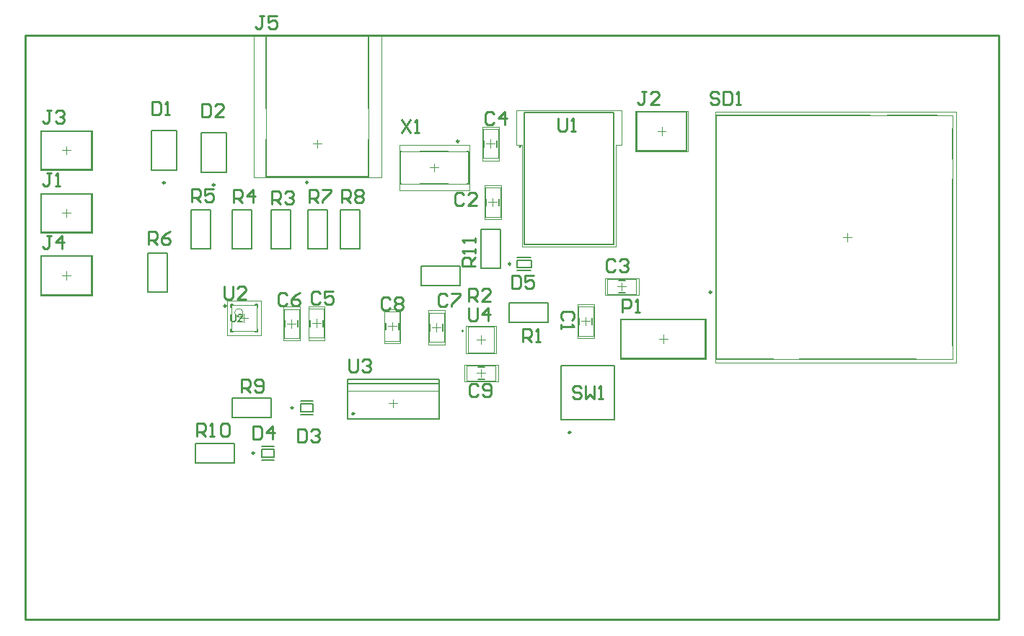
<source format=gto>
G04*
G04 #@! TF.GenerationSoftware,Altium Limited,Altium Designer,21.0.9 (235)*
G04*
G04 Layer_Color=65535*
%FSLAX25Y25*%
%MOIN*%
G70*
G04*
G04 #@! TF.SameCoordinates,D1A995C4-E234-4582-B38A-79D50AB79B9C*
G04*
G04*
G04 #@! TF.FilePolarity,Positive*
G04*
G01*
G75*
%ADD10C,0.00984*%
%ADD11C,0.00787*%
%ADD12C,0.00800*%
%ADD13C,0.00500*%
%ADD14C,0.01000*%
%ADD15C,0.00630*%
%ADD16C,0.00394*%
%ADD17C,0.00197*%
D10*
X557063Y391474D02*
G03*
X557063Y391474I-500J0D01*
G01*
X370571Y442224D02*
G03*
X370571Y442224I-492J0D01*
G01*
X440319Y461205D02*
G03*
X440319Y461205I-492J0D01*
G01*
X332732Y385110D02*
G03*
X332732Y385110I-492J0D01*
G01*
X492028Y326614D02*
G03*
X492028Y326614I-492J0D01*
G01*
X345748Y317000D02*
G03*
X345748Y317000I-492J0D01*
G01*
X363701Y338000D02*
G03*
X363701Y338000I-492J0D01*
G01*
X391988Y335276D02*
G03*
X391988Y335276I-492J0D01*
G01*
X464299Y404500D02*
G03*
X464299Y404500I-492J0D01*
G01*
X327492Y441039D02*
G03*
X327492Y441039I-492J0D01*
G01*
X304492Y442039D02*
G03*
X304492Y442039I-492J0D01*
G01*
D11*
X442429Y373437D02*
G03*
X442429Y373437I-394J0D01*
G01*
X468992Y458756D02*
G03*
X468992Y458756I-394J0D01*
G01*
X247386Y448142D02*
X270614D01*
Y465858D01*
X247386Y448142D02*
Y465858D01*
X270614D01*
X247386Y419142D02*
X270614D01*
Y436858D01*
X247386Y419142D02*
Y436858D01*
X270614D01*
X668577Y366848D02*
Y443738D01*
Y453183D02*
Y467045D01*
X638106Y473195D02*
X661689D01*
X559130D02*
X630626D01*
X559130Y360596D02*
Y473195D01*
Y360596D02*
X585823D01*
X597634D02*
X651768D01*
X515323Y378693D02*
X554299D01*
Y360976D02*
Y378693D01*
X515323Y360976D02*
Y378693D01*
Y360976D02*
X554299D01*
X351299Y444783D02*
Y462106D01*
Y476358D02*
Y509744D01*
X398701Y476358D02*
Y509744D01*
X351299Y444783D02*
X398701D01*
Y462185D01*
X351299Y509744D02*
X398701D01*
X496047Y376425D02*
Y379575D01*
X501953Y376425D02*
Y379575D01*
X422307Y441520D02*
X435693D01*
X422307Y456480D02*
X435693D01*
X413252Y441520D02*
X414039D01*
X413252D02*
Y456480D01*
X414039D01*
X443961Y441520D02*
X444748D01*
Y456480D01*
X443961D02*
X444748D01*
X449110Y356953D02*
X452260D01*
X449110Y351047D02*
X452260D01*
X427047Y373610D02*
Y376760D01*
X432953Y373610D02*
Y376760D01*
X406547Y374110D02*
Y377260D01*
X412453Y374110D02*
Y377260D01*
X365953Y375378D02*
Y378528D01*
X360047Y375378D02*
Y378528D01*
X377453Y375472D02*
Y378622D01*
X371547Y375472D02*
Y378622D01*
X457953Y458472D02*
Y461622D01*
X452047Y458472D02*
Y461622D01*
X514110Y391047D02*
X517260D01*
X514110Y396953D02*
X517260D01*
X453047Y431425D02*
Y434575D01*
X458953Y431425D02*
Y434575D01*
X334799Y373299D02*
X335921D01*
X334799D02*
Y374421D01*
X346079Y373299D02*
X347201D01*
Y374421D01*
Y384579D02*
Y385701D01*
X346079D02*
X347201D01*
X334799D02*
X335921D01*
X334799Y384579D02*
Y385701D01*
X487618Y336713D02*
Y353287D01*
X495650Y357382D02*
X504350D01*
X512382Y336713D02*
Y353287D01*
X495650Y332618D02*
X504350D01*
X349291Y320150D02*
X354803D01*
X349291Y313850D02*
X354803D01*
X367244Y341150D02*
X372756D01*
X367244Y334850D02*
X372756D01*
X388937Y349252D02*
X431063D01*
Y332717D02*
Y351220D01*
X388937Y332717D02*
Y351220D01*
Y332717D02*
X431063D01*
X388937Y351220D02*
X431063D01*
X467295Y401399D02*
X473594D01*
X467350Y407551D02*
X473650D01*
X247323Y408024D02*
X270551D01*
X247323Y390307D02*
Y408024D01*
X270551Y390307D02*
Y408024D01*
X247323Y390307D02*
X270551D01*
X522449Y456976D02*
X545677D01*
Y474693D01*
X522449Y456976D02*
Y474693D01*
X545677D01*
X321252Y446945D02*
X322177D01*
X331823D02*
X332748D01*
Y465055D01*
X321252D02*
X322177D01*
X331823D02*
X332748D01*
X321252Y446945D02*
Y465055D01*
X298252Y447945D02*
X299177D01*
X308823D02*
X309748D01*
Y466055D01*
X298252D02*
X299177D01*
X308823D02*
X309748D01*
X298252Y447945D02*
Y466055D01*
X487618Y332618D02*
Y357382D01*
X512382D01*
Y332618D02*
Y357382D01*
X487618Y332618D02*
X512382D01*
X349291Y318772D02*
X354803D01*
Y315228D02*
Y318772D01*
X349291Y315228D02*
X354803D01*
X349291D02*
Y318772D01*
X367244Y339772D02*
X372756D01*
Y336228D02*
Y339772D01*
X367244Y336228D02*
X372756D01*
X367244D02*
Y339772D01*
X467154Y402728D02*
Y406272D01*
Y402728D02*
X473846D01*
Y406272D01*
X467154D02*
X473846D01*
X321252Y446945D02*
X332748D01*
Y465055D01*
X321252D02*
X332748D01*
X321252Y446945D02*
Y465055D01*
X298252Y447945D02*
X309748D01*
Y466055D01*
X298252D02*
X309748D01*
X298252Y447945D02*
Y466055D01*
X468992Y458756D02*
G03*
X468992Y458756I-394J0D01*
G01*
D12*
X463500Y386500D02*
X481500D01*
X463500Y377500D02*
Y386500D01*
Y377500D02*
X481500D01*
Y386500D01*
X450500Y402500D02*
X459500D01*
X450500D02*
Y420500D01*
X459500D01*
Y402500D02*
Y420500D01*
X336500Y312500D02*
Y321500D01*
X318500Y312500D02*
X336500D01*
X318500D02*
Y321500D01*
X336500D01*
X353500Y333500D02*
Y342500D01*
X335500Y333500D02*
X353500D01*
X335500D02*
Y342500D01*
X353500D01*
X385500Y429500D02*
X394500D01*
Y411500D02*
Y429500D01*
X385500Y411500D02*
X394500D01*
X385500D02*
Y429500D01*
X370500D02*
X379500D01*
Y411500D02*
Y429500D01*
X370500Y411500D02*
X379500D01*
X370500D02*
Y429500D01*
X296500Y409500D02*
X305500D01*
Y391500D02*
Y409500D01*
X296500Y391500D02*
X305500D01*
X296500D02*
Y409500D01*
X316500Y429500D02*
X325500D01*
Y411500D02*
Y429500D01*
X316500Y411500D02*
X325500D01*
X316500D02*
Y429500D01*
X335500D02*
X344500D01*
Y411500D02*
Y429500D01*
X335500Y411500D02*
X344500D01*
X335500D02*
Y429500D01*
X353500D02*
X362500D01*
Y411500D02*
Y429500D01*
X353500Y411500D02*
X362500D01*
X353500D02*
Y429500D01*
X423000Y394500D02*
Y403500D01*
X441000D01*
Y394500D02*
Y403500D01*
X423000Y394500D02*
X441000D01*
D13*
X470567Y460724D02*
Y474504D01*
X511905D01*
Y460724D02*
Y474504D01*
X470567Y418205D02*
Y427457D01*
Y474504D02*
X511905D01*
Y413480D02*
Y474504D01*
X470567Y413480D02*
X511905D01*
X470567D02*
Y474504D01*
D14*
X413800Y471198D02*
X417799Y465200D01*
Y471198D02*
X413800Y465200D01*
X419798D02*
X421797D01*
X420798D01*
Y471198D01*
X419798Y470198D01*
X332002Y393999D02*
Y389001D01*
X333001Y388001D01*
X335001D01*
X336000Y389001D01*
Y393999D01*
X341998Y388001D02*
X338000D01*
X341998Y392000D01*
Y392999D01*
X340999Y393999D01*
X338999D01*
X338000Y392999D01*
X389500Y360598D02*
Y355600D01*
X390500Y354600D01*
X392499D01*
X393499Y355600D01*
Y360598D01*
X395498Y359598D02*
X396498Y360598D01*
X398497D01*
X399497Y359598D01*
Y358599D01*
X398497Y357599D01*
X397497D01*
X398497D01*
X399497Y356599D01*
Y355600D01*
X398497Y354600D01*
X396498D01*
X395498Y355600D01*
X445002Y383999D02*
Y379001D01*
X446001Y378001D01*
X448001D01*
X449000Y379001D01*
Y383999D01*
X453999Y378001D02*
Y383999D01*
X451000Y381000D01*
X454998D01*
X486111Y471826D02*
Y466827D01*
X487111Y465828D01*
X489111D01*
X490110Y466827D01*
Y471826D01*
X492110Y465828D02*
X494109D01*
X493109D01*
Y471826D01*
X492110Y470826D01*
X497001Y346999D02*
X496001Y347999D01*
X494002D01*
X493002Y346999D01*
Y346000D01*
X494002Y345000D01*
X496001D01*
X497001Y344000D01*
Y343001D01*
X496001Y342001D01*
X494002D01*
X493002Y343001D01*
X499000Y347999D02*
Y342001D01*
X501000Y344000D01*
X502999Y342001D01*
Y347999D01*
X504998Y342001D02*
X506998D01*
X505998D01*
Y347999D01*
X504998Y346999D01*
X560599Y482998D02*
X559599Y483998D01*
X557600D01*
X556600Y482998D01*
Y481999D01*
X557600Y480999D01*
X559599D01*
X560599Y479999D01*
Y479000D01*
X559599Y478000D01*
X557600D01*
X556600Y479000D01*
X562598Y483998D02*
Y478000D01*
X565597D01*
X566597Y479000D01*
Y482998D01*
X565597Y483998D01*
X562598D01*
X568596Y478000D02*
X570596D01*
X569596D01*
Y483998D01*
X568596Y482998D01*
X447999Y403502D02*
X442001D01*
Y406501D01*
X443001Y407501D01*
X445000D01*
X446000Y406501D01*
Y403502D01*
Y405502D02*
X447999Y407501D01*
Y409500D02*
Y411500D01*
Y410500D01*
X442001D01*
X443001Y409500D01*
X447999Y414499D02*
Y416498D01*
Y415498D01*
X442001D01*
X443001Y414499D01*
X319100Y324900D02*
Y330898D01*
X322099D01*
X323099Y329898D01*
Y327899D01*
X322099Y326899D01*
X319100D01*
X321099D02*
X323099Y324900D01*
X325098D02*
X327097D01*
X326098D01*
Y330898D01*
X325098Y329898D01*
X330096D02*
X331096Y330898D01*
X333096D01*
X334095Y329898D01*
Y325900D01*
X333096Y324900D01*
X331096D01*
X330096Y325900D01*
Y329898D01*
X340002Y345001D02*
Y350999D01*
X343001D01*
X344000Y349999D01*
Y348000D01*
X343001Y347000D01*
X340002D01*
X342001D02*
X344000Y345001D01*
X346000Y346001D02*
X346999Y345001D01*
X348999D01*
X349998Y346001D01*
Y349999D01*
X348999Y350999D01*
X346999D01*
X346000Y349999D01*
Y349000D01*
X346999Y348000D01*
X349998D01*
X386100Y432900D02*
Y438898D01*
X389099D01*
X390099Y437898D01*
Y435899D01*
X389099Y434899D01*
X386100D01*
X388099D02*
X390099Y432900D01*
X392098Y437898D02*
X393098Y438898D01*
X395097D01*
X396097Y437898D01*
Y436899D01*
X395097Y435899D01*
X396097Y434899D01*
Y433900D01*
X395097Y432900D01*
X393098D01*
X392098Y433900D01*
Y434899D01*
X393098Y435899D01*
X392098Y436899D01*
Y437898D01*
X393098Y435899D02*
X395097D01*
X371100Y432900D02*
Y438898D01*
X374099D01*
X375099Y437898D01*
Y435899D01*
X374099Y434899D01*
X371100D01*
X373099D02*
X375099Y432900D01*
X377098Y438898D02*
X381097D01*
Y437898D01*
X377098Y433900D01*
Y432900D01*
X297002Y413501D02*
Y419499D01*
X300001D01*
X301000Y418499D01*
Y416500D01*
X300001Y415500D01*
X297002D01*
X299001D02*
X301000Y413501D01*
X306998Y419499D02*
X304999Y418499D01*
X303000Y416500D01*
Y414501D01*
X303999Y413501D01*
X305999D01*
X306998Y414501D01*
Y415500D01*
X305999Y416500D01*
X303000D01*
X317002Y433001D02*
Y438999D01*
X320001D01*
X321000Y437999D01*
Y436000D01*
X320001Y435000D01*
X317002D01*
X319001D02*
X321000Y433001D01*
X326998Y438999D02*
X323000D01*
Y436000D01*
X324999Y437000D01*
X325999D01*
X326998Y436000D01*
Y434001D01*
X325999Y433001D01*
X323999D01*
X323000Y434001D01*
X336100Y432900D02*
Y438898D01*
X339099D01*
X340099Y437898D01*
Y435899D01*
X339099Y434899D01*
X336100D01*
X338099D02*
X340099Y432900D01*
X345097D02*
Y438898D01*
X342098Y435899D01*
X346097D01*
X354002Y432001D02*
Y437999D01*
X357001D01*
X358000Y436999D01*
Y435000D01*
X357001Y434000D01*
X354002D01*
X356001D02*
X358000Y432001D01*
X360000Y436999D02*
X360999Y437999D01*
X362999D01*
X363998Y436999D01*
Y436000D01*
X362999Y435000D01*
X361999D01*
X362999D01*
X363998Y434000D01*
Y433001D01*
X362999Y432001D01*
X360999D01*
X360000Y433001D01*
X445002Y387001D02*
Y392999D01*
X448001D01*
X449000Y391999D01*
Y390000D01*
X448001Y389000D01*
X445002D01*
X447001D02*
X449000Y387001D01*
X454998D02*
X451000D01*
X454998Y391000D01*
Y391999D01*
X453999Y392999D01*
X451999D01*
X451000Y391999D01*
X470001Y368454D02*
Y374452D01*
X473000D01*
X474000Y373452D01*
Y371453D01*
X473000Y370453D01*
X470001D01*
X472001D02*
X474000Y368454D01*
X475999D02*
X477999D01*
X476999D01*
Y374452D01*
X475999Y373452D01*
X515800Y382200D02*
Y388198D01*
X518799D01*
X519799Y387198D01*
Y385199D01*
X518799Y384199D01*
X515800D01*
X521798Y382200D02*
X523797D01*
X522798D01*
Y388198D01*
X521798Y387198D01*
X350299Y519198D02*
X348299D01*
X349299D01*
Y514200D01*
X348299Y513200D01*
X347300D01*
X346300Y514200D01*
X356297Y519198D02*
X352298D01*
Y516199D01*
X354297Y517199D01*
X355297D01*
X356297Y516199D01*
Y514200D01*
X355297Y513200D01*
X353298D01*
X352298Y514200D01*
X251799Y417498D02*
X249799D01*
X250799D01*
Y412500D01*
X249799Y411500D01*
X248800D01*
X247800Y412500D01*
X256797Y411500D02*
Y417498D01*
X253798Y414499D01*
X257797D01*
X251899Y475398D02*
X249899D01*
X250899D01*
Y470400D01*
X249899Y469400D01*
X248900D01*
X247900Y470400D01*
X253898Y474398D02*
X254898Y475398D01*
X256897D01*
X257897Y474398D01*
Y473399D01*
X256897Y472399D01*
X255897D01*
X256897D01*
X257897Y471399D01*
Y470400D01*
X256897Y469400D01*
X254898D01*
X253898Y470400D01*
X526999Y484198D02*
X524999D01*
X525999D01*
Y479200D01*
X524999Y478200D01*
X524000D01*
X523000Y479200D01*
X532997Y478200D02*
X528998D01*
X532997Y482199D01*
Y483198D01*
X531997Y484198D01*
X529998D01*
X528998Y483198D01*
X251899Y446398D02*
X249899D01*
X250899D01*
Y441400D01*
X249899Y440400D01*
X248900D01*
X247900Y441400D01*
X253898Y440400D02*
X255897D01*
X254898D01*
Y446398D01*
X253898Y445398D01*
X465002Y398999D02*
Y393001D01*
X468001D01*
X469000Y394001D01*
Y397999D01*
X468001Y398999D01*
X465002D01*
X474998D02*
X471000D01*
Y396000D01*
X472999Y397000D01*
X473999D01*
X474998Y396000D01*
Y394001D01*
X473999Y393001D01*
X471999D01*
X471000Y394001D01*
X345300Y329498D02*
Y323500D01*
X348299D01*
X349299Y324500D01*
Y328498D01*
X348299Y329498D01*
X345300D01*
X354297Y323500D02*
Y329498D01*
X351298Y326499D01*
X355297D01*
X366002Y327999D02*
Y322001D01*
X369001D01*
X370000Y323001D01*
Y326999D01*
X369001Y327999D01*
X366002D01*
X372000Y326999D02*
X372999Y327999D01*
X374999D01*
X375998Y326999D01*
Y326000D01*
X374999Y325000D01*
X373999D01*
X374999D01*
X375998Y324000D01*
Y323001D01*
X374999Y322001D01*
X372999D01*
X372000Y323001D01*
X321500Y478598D02*
Y472600D01*
X324499D01*
X325499Y473600D01*
Y477598D01*
X324499Y478598D01*
X321500D01*
X331497Y472600D02*
X327498D01*
X331497Y476599D01*
Y477598D01*
X330497Y478598D01*
X328498D01*
X327498Y477598D01*
X298500Y479598D02*
Y473600D01*
X301499D01*
X302499Y474600D01*
Y478598D01*
X301499Y479598D01*
X298500D01*
X304498Y473600D02*
X306497D01*
X305498D01*
Y479598D01*
X304498Y478598D01*
X449233Y347999D02*
X448233Y348999D01*
X446234D01*
X445234Y347999D01*
Y344001D01*
X446234Y343001D01*
X448233D01*
X449233Y344001D01*
X451232D02*
X452232Y343001D01*
X454231D01*
X455231Y344001D01*
Y347999D01*
X454231Y348999D01*
X452232D01*
X451232Y347999D01*
Y347000D01*
X452232Y346000D01*
X455231D01*
X435000Y389732D02*
X434001Y390731D01*
X432001D01*
X431002Y389732D01*
Y385733D01*
X432001Y384733D01*
X434001D01*
X435000Y385733D01*
X437000Y390731D02*
X440998D01*
Y389732D01*
X437000Y385733D01*
Y384733D01*
X408500Y388232D02*
X407501Y389231D01*
X405501D01*
X404502Y388232D01*
Y384233D01*
X405501Y383233D01*
X407501D01*
X408500Y384233D01*
X410500Y388232D02*
X411499Y389231D01*
X413499D01*
X414498Y388232D01*
Y387232D01*
X413499Y386232D01*
X414498Y385233D01*
Y384233D01*
X413499Y383233D01*
X411499D01*
X410500Y384233D01*
Y385233D01*
X411499Y386232D01*
X410500Y387232D01*
Y388232D01*
X411499Y386232D02*
X413499D01*
X361000Y389999D02*
X360001Y390999D01*
X358001D01*
X357002Y389999D01*
Y386001D01*
X358001Y385001D01*
X360001D01*
X361000Y386001D01*
X366998Y390999D02*
X364999Y389999D01*
X363000Y388000D01*
Y386001D01*
X363999Y385001D01*
X365999D01*
X366998Y386001D01*
Y387000D01*
X365999Y388000D01*
X363000D01*
X376199Y390798D02*
X375199Y391798D01*
X373200D01*
X372200Y390798D01*
Y386800D01*
X373200Y385800D01*
X375199D01*
X376199Y386800D01*
X382197Y391798D02*
X378198D01*
Y388799D01*
X380197Y389799D01*
X381197D01*
X382197Y388799D01*
Y386800D01*
X381197Y385800D01*
X379198D01*
X378198Y386800D01*
X456699Y473798D02*
X455699Y474798D01*
X453700D01*
X452700Y473798D01*
Y469800D01*
X453700Y468800D01*
X455699D01*
X456699Y469800D01*
X461697Y468800D02*
Y474798D01*
X458698Y471799D01*
X462697D01*
X512599Y405898D02*
X511599Y406898D01*
X509600D01*
X508600Y405898D01*
Y401900D01*
X509600Y400900D01*
X511599D01*
X512599Y401900D01*
X514598Y405898D02*
X515598Y406898D01*
X517597D01*
X518597Y405898D01*
Y404899D01*
X517597Y403899D01*
X516597D01*
X517597D01*
X518597Y402899D01*
Y401900D01*
X517597Y400900D01*
X515598D01*
X514598Y401900D01*
X442500Y436547D02*
X441501Y437546D01*
X439501D01*
X438502Y436547D01*
Y432548D01*
X439501Y431548D01*
X441501D01*
X442500Y432548D01*
X448498Y431548D02*
X444500D01*
X448498Y435547D01*
Y436547D01*
X447499Y437546D01*
X445499D01*
X444500Y436547D01*
X492499Y378453D02*
X493499Y379452D01*
Y381452D01*
X492499Y382451D01*
X488501D01*
X487501Y381452D01*
Y379452D01*
X488501Y378453D01*
X487501Y376453D02*
Y374454D01*
Y375454D01*
X493499D01*
X492499Y376453D01*
X240000Y510000D02*
X690000D01*
Y240000D02*
Y510000D01*
X240000Y240000D02*
X690000D01*
X240000D02*
Y510000D01*
D15*
X335000Y381074D02*
Y378450D01*
X335525Y377925D01*
X336574D01*
X337099Y378450D01*
Y381074D01*
X340248Y377925D02*
X338149D01*
X340248Y380024D01*
Y380549D01*
X339723Y381074D01*
X338673D01*
X338149Y380549D01*
D16*
X340606Y381862D02*
G03*
X340606Y381862I-1969J0D01*
G01*
X247386Y465858D02*
X270614D01*
X247386Y448142D02*
Y465858D01*
X270614Y448142D02*
Y465858D01*
X247386Y448142D02*
X270614D01*
X247386Y436858D02*
X270614D01*
X247386Y419142D02*
Y436858D01*
X270614Y419142D02*
Y436858D01*
X247386Y419142D02*
X270614D01*
X559130Y360596D02*
Y473195D01*
X668577Y360596D02*
Y473195D01*
X559130Y360596D02*
X668577D01*
X559130Y473195D02*
X668577D01*
X515323Y360976D02*
X554299D01*
X515323D02*
Y378693D01*
X554299Y360976D02*
Y378693D01*
X515323D02*
X554299D01*
X351299Y444783D02*
X398701D01*
Y509744D01*
X351299D02*
X398701D01*
X351299Y444783D02*
Y509744D01*
X444594Y363594D02*
Y375405D01*
X456405D01*
Y363594D02*
Y375405D01*
X444594Y363594D02*
X456405D01*
X444594Y375406D02*
X456406D01*
Y363594D02*
Y375406D01*
X444594Y363594D02*
X456406D01*
X444594D02*
Y375406D01*
X495457Y371307D02*
Y384693D01*
X502543Y371307D02*
Y384693D01*
X495457Y371307D02*
X502543D01*
X495457Y384693D02*
X502543D01*
X413252Y441520D02*
X444748D01*
X413252D02*
Y456480D01*
X444748D01*
Y441520D02*
Y456480D01*
X443992Y357543D02*
X457378D01*
X443992Y350457D02*
X457378D01*
X443992D02*
Y357543D01*
X457378Y350457D02*
Y357543D01*
X426457Y368492D02*
Y381878D01*
X433543Y368492D02*
Y381878D01*
X426457Y368492D02*
X433543D01*
X426457Y381878D02*
X433543D01*
X405957Y368992D02*
Y382378D01*
X413043Y368992D02*
Y382378D01*
X405957Y368992D02*
X413043D01*
X405957Y382378D02*
X413043D01*
X366543Y370260D02*
Y383646D01*
X359457Y370260D02*
Y383646D01*
X366543D01*
X359457Y370260D02*
X366543D01*
X378043Y370354D02*
Y383740D01*
X370957Y370354D02*
Y383740D01*
X378043D01*
X370957Y370354D02*
X378043D01*
X458543Y453354D02*
Y466740D01*
X451457Y453354D02*
Y466740D01*
X458543D01*
X451457Y453354D02*
X458543D01*
X508992Y390457D02*
X522378D01*
X508992Y397543D02*
X522378D01*
Y390457D02*
Y397543D01*
X508992Y390457D02*
Y397543D01*
X452457Y426307D02*
Y439693D01*
X459543Y426307D02*
Y439693D01*
X452457Y426307D02*
X459543D01*
X452457Y439693D02*
X459543D01*
X335094Y373594D02*
X346906D01*
X335094Y385406D02*
X346906D01*
Y373594D02*
Y385406D01*
X335094Y373594D02*
Y385406D01*
X388937Y345709D02*
X431063D01*
X388937Y332717D02*
X431063D01*
Y351220D01*
X388937Y332717D02*
Y351220D01*
X431063D01*
X247323Y390307D02*
X270551D01*
Y408024D01*
X247323Y390307D02*
Y408024D01*
X270551D01*
X522449Y474693D02*
X545677D01*
X522449Y456976D02*
Y474693D01*
X545677Y456976D02*
Y474693D01*
X522449Y456976D02*
X545677D01*
X259000Y455031D02*
Y458968D01*
X257031Y457000D02*
X260968D01*
X259000Y426031D02*
Y429968D01*
X257031Y428000D02*
X260968D01*
X617939Y416896D02*
X621876D01*
X619907Y414927D02*
Y418864D01*
X534811Y367866D02*
Y371803D01*
X532843Y369835D02*
X536780D01*
X375000Y458032D02*
Y461969D01*
X373031Y460000D02*
X376969D01*
X450500Y367532D02*
Y371469D01*
X448532Y369500D02*
X452469D01*
X497032Y378000D02*
X500969D01*
X499000Y376032D02*
Y379969D01*
X495260Y370126D02*
Y385874D01*
X502740Y370126D02*
Y385874D01*
X495260Y370126D02*
X502740D01*
X495260Y385874D02*
X502740D01*
X427032Y449000D02*
X430969D01*
X429000Y447032D02*
Y450969D01*
X450685Y352031D02*
Y355969D01*
X448717Y354000D02*
X452654D01*
X442811Y357740D02*
X458559D01*
X442811Y350260D02*
X458559D01*
X442811D02*
Y357740D01*
X458559Y350260D02*
Y357740D01*
X428032Y375185D02*
X431969D01*
X430000Y373217D02*
Y377154D01*
X426260Y367311D02*
Y383059D01*
X433740Y367311D02*
Y383059D01*
X426260Y367311D02*
X433740D01*
X426260Y383059D02*
X433740D01*
X407532Y375685D02*
X411469D01*
X409500Y373717D02*
Y377654D01*
X405760Y367811D02*
Y383559D01*
X413240Y367811D02*
Y383559D01*
X405760Y367811D02*
X413240D01*
X405760Y383559D02*
X413240D01*
X361032Y376953D02*
X364969D01*
X363000Y374984D02*
Y378921D01*
X366740Y369079D02*
Y384827D01*
X359260Y369079D02*
Y384827D01*
X366740D01*
X359260Y369079D02*
X366740D01*
X372532Y377047D02*
X376469D01*
X374500Y375079D02*
Y379016D01*
X378240Y369173D02*
Y384921D01*
X370760Y369173D02*
Y384921D01*
X378240D01*
X370760Y369173D02*
X378240D01*
X453032Y460047D02*
X456969D01*
X455000Y458079D02*
Y462016D01*
X458740Y452173D02*
Y467921D01*
X451260Y452173D02*
Y467921D01*
X458740D01*
X451260Y452173D02*
X458740D01*
X515685Y392032D02*
Y395969D01*
X513717Y394000D02*
X517654D01*
X507811Y390260D02*
X523559D01*
X507811Y397740D02*
X523559D01*
Y390260D02*
Y397740D01*
X507811Y390260D02*
Y397740D01*
X454032Y433000D02*
X457969D01*
X456000Y431032D02*
Y434969D01*
X452260Y425126D02*
Y440874D01*
X459740Y425126D02*
Y440874D01*
X452260Y425126D02*
X459740D01*
X452260Y440874D02*
X459740D01*
X341000Y377532D02*
Y381469D01*
X339032Y379500D02*
X342969D01*
X408031Y340000D02*
X411969D01*
X410000Y338031D02*
Y341968D01*
X256968Y399165D02*
X260905D01*
X258937Y397197D02*
Y401134D01*
X532094Y465835D02*
X536031D01*
X534063Y463866D02*
Y467803D01*
D17*
X246992Y466252D02*
X271008D01*
X246992Y447748D02*
Y466252D01*
X271008Y447748D02*
Y466252D01*
X246992Y447748D02*
X271008D01*
X246992Y437252D02*
X271008D01*
X246992Y418748D02*
Y437252D01*
X271008Y418748D02*
Y437252D01*
X246992Y418748D02*
X271008D01*
X558734Y358777D02*
Y474915D01*
Y358777D02*
X670153D01*
Y474915D01*
X558734D02*
X670153D01*
X514929Y360583D02*
X554693D01*
X514929D02*
Y379087D01*
X554693Y360583D02*
Y379087D01*
X514929D02*
X554693D01*
X345394Y444390D02*
Y510138D01*
X404606D01*
Y444390D02*
Y510138D01*
X345394Y444390D02*
X404606D01*
X443610Y375799D02*
X457390D01*
Y363201D02*
Y375799D01*
X443610Y363201D02*
X457390D01*
X443610D02*
Y375799D01*
X412858Y438567D02*
X445142D01*
X412858D02*
Y459433D01*
X445142D01*
Y438567D02*
Y459433D01*
X466827Y459543D02*
X469583D01*
X466827D02*
Y475488D01*
X515646D01*
Y459543D02*
Y475488D01*
X512890Y459543D02*
X515646D01*
X512890Y412496D02*
Y459543D01*
X469583Y412496D02*
X512890D01*
X469583D02*
Y459543D01*
X333126Y371626D02*
X348874D01*
X333126Y387374D02*
X348874D01*
Y371626D02*
Y387374D01*
X333126Y371626D02*
Y387374D01*
X246929Y389913D02*
X270945D01*
Y408417D01*
X246929Y389913D02*
Y408417D01*
X270945D01*
X522055Y475087D02*
X546071D01*
X522055Y456583D02*
Y475087D01*
X546071Y456583D02*
Y475087D01*
X522055Y456583D02*
X546071D01*
M02*

</source>
